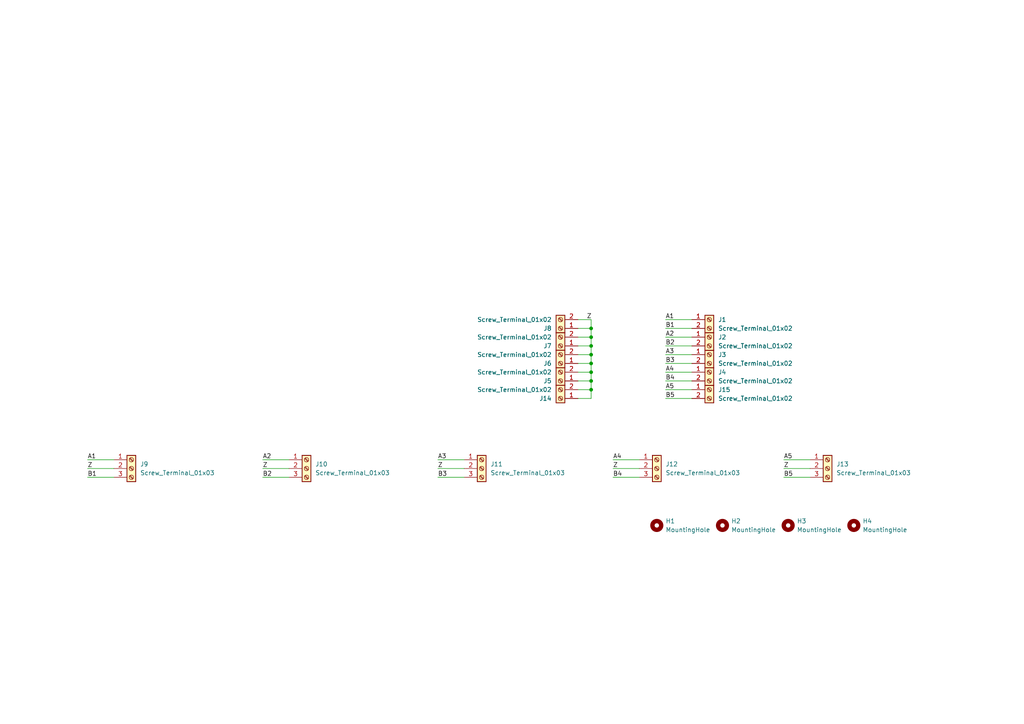
<source format=kicad_sch>
(kicad_sch (version 20250114) (generator "eeschema") (generator_version "9.0")
  (paper "A4")
  (lib_symbols
    (symbol "Connector:Screw_Terminal_01x02" (pin_names (offset 1.016) (hide yes))
      (property "Reference" "J" (at 0 2.54 0))
      (property "Value" "Screw_Terminal_01x02" (at 0 -5.08 0))
      (symbol "Screw_Terminal_01x02_1_1"
        (rectangle (start -1.27 1.27) (end 1.27 -3.81) (stroke (width 0.254)) (fill (type background)))
        (polyline (pts (xy -0.5334 0.3302) (xy 0.3302 -0.508)) (stroke (width 0.1524)))
        (polyline (pts (xy -0.5334 -2.2098) (xy 0.3302 -3.048)) (stroke (width 0.1524)))
        (polyline (pts (xy -0.3556 0.508) (xy 0.508 -0.3302)) (stroke (width 0.1524)))
        (polyline (pts (xy -0.3556 -2.032) (xy 0.508 -2.8702)) (stroke (width 0.1524)))
        (circle (center 0 0) (radius 0.635) (stroke (width 0.1524)))
        (circle (center 0 -2.54) (radius 0.635) (stroke (width 0.1524)))
        (pin passive line (at -5.08 0 0) (length 3.81) (name "Pin_1") (number "1"))
        (pin passive line (at -5.08 -2.54 0) (length 3.81) (name "Pin_2") (number "2"))
      )
    )
    (symbol "Connector:Screw_Terminal_01x03" (pin_names (offset 1.016) (hide yes))
      (property "Reference" "J" (at 0 5.08 0))
      (property "Value" "Screw_Terminal_01x03" (at 0 -5.08 0))
      (symbol "Screw_Terminal_01x03_1_1"
        (rectangle (start -1.27 3.81) (end 1.27 -3.81) (stroke (width 0.254)) (fill (type background)))
        (polyline (pts (xy -0.5334 2.8702) (xy 0.3302 2.032)) (stroke (width 0.1524)))
        (polyline (pts (xy -0.5334 0.3302) (xy 0.3302 -0.508)) (stroke (width 0.1524)))
        (polyline (pts (xy -0.5334 -2.2098) (xy 0.3302 -3.048)) (stroke (width 0.1524)))
        (polyline (pts (xy -0.3556 3.048) (xy 0.508 2.2098)) (stroke (width 0.1524)))
        (polyline (pts (xy -0.3556 0.508) (xy 0.508 -0.3302)) (stroke (width 0.1524)))
        (polyline (pts (xy -0.3556 -2.032) (xy 0.508 -2.8702)) (stroke (width 0.1524)))
        (circle (center 0 2.54) (radius 0.635) (stroke (width 0.1524)))
        (circle (center 0 0) (radius 0.635) (stroke (width 0.1524)))
        (circle (center 0 -2.54) (radius 0.635) (stroke (width 0.1524)))
        (pin passive line (at -5.08 2.54 0) (length 3.81) (name "Pin_1") (number "1"))
        (pin passive line (at -5.08 0 0) (length 3.81) (name "Pin_2") (number "2"))
        (pin passive line (at -5.08 -2.54 0) (length 3.81) (name "Pin_3") (number "3"))
      )
    )
    (symbol "Mechanical:MountingHole" (pin_names (offset 1.016))
      (property "Reference" "H" (at 0 5.08 0))
      (property "Value" "MountingHole" (at 0 3.175 0))
      (symbol "MountingHole_0_1"
        (circle (center 0 0) (radius 1.27) (stroke (width 1.27)))
      )
    )
  )
  (junction (at 171.45 110.49))
  (junction (at 171.45 97.79))
  (junction (at 171.45 100.33))
  (junction (at 171.45 95.25))
  (junction (at 171.45 105.41))
  (junction (at 171.45 107.95))
  (junction (at 171.45 113.03))
  (junction (at 171.45 102.87))
  (wire (pts (xy 171.45 92.71) (xy 171.45 95.25)))
  (wire (pts (xy 127 133.35) (xy 134.62 133.35)))
  (wire (pts (xy 193.04 102.87) (xy 200.66 102.87)))
  (wire (pts (xy 167.64 113.03) (xy 171.45 113.03)))
  (wire (pts (xy 177.8 138.43) (xy 185.42 138.43)))
  (wire (pts (xy 193.04 113.03) (xy 200.66 113.03)))
  (wire (pts (xy 193.04 100.33) (xy 200.66 100.33)))
  (wire (pts (xy 171.45 102.87) (xy 171.45 105.41)))
  (wire (pts (xy 193.04 97.79) (xy 200.66 97.79)))
  (wire (pts (xy 171.45 95.25) (xy 171.45 97.79)))
  (wire (pts (xy 227.33 138.43) (xy 234.95 138.43)))
  (wire (pts (xy 171.45 115.57) (xy 171.45 113.03)))
  (wire (pts (xy 25.4 135.89) (xy 33.02 135.89)))
  (wire (pts (xy 127 138.43) (xy 134.62 138.43)))
  (wire (pts (xy 171.45 105.41) (xy 171.45 107.95)))
  (wire (pts (xy 167.64 95.25) (xy 171.45 95.25)))
  (wire (pts (xy 177.8 135.89) (xy 185.42 135.89)))
  (wire (pts (xy 193.04 92.71) (xy 200.66 92.71)))
  (wire (pts (xy 25.4 133.35) (xy 33.02 133.35)))
  (wire (pts (xy 227.33 135.89) (xy 234.95 135.89)))
  (wire (pts (xy 167.64 107.95) (xy 171.45 107.95)))
  (wire (pts (xy 76.2 135.89) (xy 83.82 135.89)))
  (wire (pts (xy 193.04 115.57) (xy 200.66 115.57)))
  (wire (pts (xy 193.04 95.25) (xy 200.66 95.25)))
  (wire (pts (xy 167.64 102.87) (xy 171.45 102.87)))
  (wire (pts (xy 171.45 100.33) (xy 171.45 102.87)))
  (wire (pts (xy 76.2 133.35) (xy 83.82 133.35)))
  (wire (pts (xy 193.04 110.49) (xy 200.66 110.49)))
  (wire (pts (xy 171.45 107.95) (xy 171.45 110.49)))
  (wire (pts (xy 76.2 138.43) (xy 83.82 138.43)))
  (wire (pts (xy 167.64 92.71) (xy 171.45 92.71)))
  (wire (pts (xy 171.45 97.79) (xy 171.45 100.33)))
  (wire (pts (xy 193.04 105.41) (xy 200.66 105.41)))
  (wire (pts (xy 227.33 133.35) (xy 234.95 133.35)))
  (wire (pts (xy 193.04 107.95) (xy 200.66 107.95)))
  (wire (pts (xy 167.64 115.57) (xy 171.45 115.57)))
  (wire (pts (xy 167.64 97.79) (xy 171.45 97.79)))
  (wire (pts (xy 177.8 133.35) (xy 185.42 133.35)))
  (wire (pts (xy 127 135.89) (xy 134.62 135.89)))
  (wire (pts (xy 171.45 113.03) (xy 171.45 110.49)))
  (wire (pts (xy 167.64 105.41) (xy 171.45 105.41)))
  (wire (pts (xy 167.64 100.33) (xy 171.45 100.33)))
  (wire (pts (xy 25.4 138.43) (xy 33.02 138.43)))
  (wire (pts (xy 167.64 110.49) (xy 171.45 110.49)))
  (label "Z" (at 76.2 135.89 0))
  (label "A4" (at 193.04 107.95 0))
  (label "A3" (at 193.04 102.87 0))
  (label "A3" (at 127 133.35 0))
  (label "B5" (at 227.33 138.43 0))
  (label "A2" (at 193.04 97.79 0))
  (label "B2" (at 193.04 100.33 0))
  (label "B5" (at 193.04 115.57 0))
  (label "A5" (at 227.33 133.35 0))
  (label "A4" (at 177.8 133.35 0))
  (label "Z" (at 227.33 135.89 0))
  (label "A1" (at 193.04 92.71 0))
  (label "B1" (at 25.4 138.43 0))
  (label "A2" (at 76.2 133.35 0))
  (label "Z" (at 25.4 135.89 0))
  (label "B3" (at 127 138.43 0))
  (label "A5" (at 193.04 113.03 0))
  (label "A1" (at 25.4 133.35 0))
  (label "Z" (at 127 135.89 0))
  (label "Z" (at 177.8 135.89 0))
  (label "B3" (at 193.04 105.41 0))
  (label "B4" (at 177.8 138.43 0))
  (label "B4" (at 193.04 110.49 0))
  (label "B2" (at 76.2 138.43 0))
  (label "Z" (at 170.18 92.71 0))
  (label "B1" (at 193.04 95.25 0))
  (symbol (lib_id "Connector:Screw_Terminal_01x02") (at 205.74 102.87 0) (unit 1)
    (property "Reference" "J3" (at 208.28 102.8699 0) (effects (justify left)))
    (property "Value" "Screw_Terminal_01x02" (at 208.28 105.4099 0) (effects (justify left)))
    (property "Footprint" "TerminalBlock_Phoenix:TerminalBlock_Phoenix_MKDS-1,5-2_1x02_P5.00mm_Horizontal" (effects (hide yes)))
  )
  (symbol (lib_id "Connector:Screw_Terminal_01x03") (at 139.7 135.89 0) (unit 1)
    (property "Reference" "J11" (at 142.24 134.6199 0) (effects (justify left)))
    (property "Value" "Screw_Terminal_01x03" (at 142.24 137.1599 0) (effects (justify left)))
    (property "Footprint" "TerminalBlock_Phoenix:TerminalBlock_Phoenix_MKDS-1,5-3_1x03_P5.00mm_Horizontal" (effects (hide yes)))
    (property "Description" "Generic screw terminal, single row, 01x03, script generated (kicad-library-utils/schlib/autogen/connector/)" (effects (hide yes)))
  )
  (symbol (lib_id "Connector:Screw_Terminal_01x02") (at 162.56 110.49 180) (unit 1)
    (property "Reference" "J5" (at 160.02 110.4901 0) (effects (justify left)))
    (property "Value" "Screw_Terminal_01x02" (at 160.02 107.9501 0) (effects (justify left)))
    (property "Footprint" "TerminalBlock_Phoenix:TerminalBlock_Phoenix_MKDS-1,5-2_1x02_P5.00mm_Horizontal" (effects (hide yes)))
  )
  (symbol (lib_id "Connector:Screw_Terminal_01x02") (at 162.56 95.25 180) (unit 1)
    (property "Reference" "J8" (at 160.02 95.2501 0) (effects (justify left)))
    (property "Value" "Screw_Terminal_01x02" (at 160.02 92.7101 0) (effects (justify left)))
    (property "Footprint" "TerminalBlock_Phoenix:TerminalBlock_Phoenix_MKDS-1,5-2_1x02_P5.00mm_Horizontal" (effects (hide yes)))
  )
  (symbol (lib_id "Connector:Screw_Terminal_01x03") (at 88.9 135.89 0) (unit 1)
    (property "Reference" "J10" (at 91.44 134.6199 0) (effects (justify left)))
    (property "Value" "Screw_Terminal_01x03" (at 91.44 137.1599 0) (effects (justify left)))
    (property "Footprint" "TerminalBlock_Phoenix:TerminalBlock_Phoenix_MKDS-1,5-3_1x03_P5.00mm_Horizontal" (effects (hide yes)))
    (property "Description" "Generic screw terminal, single row, 01x03, script generated (kicad-library-utils/schlib/autogen/connector/)" (effects (hide yes)))
  )
  (symbol (lib_id "Mechanical:MountingHole") (at 228.6 152.4 0) (unit 1)
    (property "Reference" "H3" (at 231.14 151.1299 0) (effects (justify left)))
    (property "Value" "MountingHole" (at 231.14 153.6699 0) (effects (justify left)))
    (property "Footprint" "MountingHole:MountingHole_3.2mm_M3" (effects (hide yes)))
  )
  (symbol (lib_id "Connector:Screw_Terminal_01x02") (at 205.74 107.95 0) (unit 1)
    (property "Reference" "J4" (at 208.28 107.9499 0) (effects (justify left)))
    (property "Value" "Screw_Terminal_01x02" (at 208.28 110.4899 0) (effects (justify left)))
    (property "Footprint" "TerminalBlock_Phoenix:TerminalBlock_Phoenix_MKDS-1,5-2_1x02_P5.00mm_Horizontal" (effects (hide yes)))
  )
  (symbol (lib_id "Connector:Screw_Terminal_01x03") (at 240.03 135.89 0) (unit 1)
    (property "Reference" "J13" (at 242.57 134.6199 0) (effects (justify left)))
    (property "Value" "Screw_Terminal_01x03" (at 242.57 137.1599 0) (effects (justify left)))
    (property "Footprint" "TerminalBlock_Phoenix:TerminalBlock_Phoenix_MKDS-1,5-3_1x03_P5.00mm_Horizontal" (effects (hide yes)))
    (property "Description" "Generic screw terminal, single row, 01x03, script generated (kicad-library-utils/schlib/autogen/connector/)" (effects (hide yes)))
  )
  (symbol (lib_id "Connector:Screw_Terminal_01x02") (at 162.56 100.33 180) (unit 1)
    (property "Reference" "J7" (at 160.02 100.3301 0) (effects (justify left)))
    (property "Value" "Screw_Terminal_01x02" (at 160.02 97.7901 0) (effects (justify left)))
    (property "Footprint" "TerminalBlock_Phoenix:TerminalBlock_Phoenix_MKDS-1,5-2_1x02_P5.00mm_Horizontal" (effects (hide yes)))
  )
  (symbol (lib_id "Connector:Screw_Terminal_01x02") (at 162.56 115.57 180) (unit 1)
    (property "Reference" "J14" (at 160.02 115.5701 0) (effects (justify left)))
    (property "Value" "Screw_Terminal_01x02" (at 160.02 113.0301 0) (effects (justify left)))
    (property "Footprint" "TerminalBlock_Phoenix:TerminalBlock_Phoenix_MKDS-1,5-2_1x02_P5.00mm_Horizontal" (effects (hide yes)))
  )
  (symbol (lib_id "Connector:Screw_Terminal_01x03") (at 38.1 135.89 0) (unit 1)
    (property "Reference" "J9" (at 40.64 134.6199 0) (effects (justify left)))
    (property "Value" "Screw_Terminal_01x03" (at 40.64 137.1599 0) (effects (justify left)))
    (property "Footprint" "TerminalBlock_Phoenix:TerminalBlock_Phoenix_MKDS-1,5-3_1x03_P5.00mm_Horizontal" (effects (hide yes)))
    (property "Description" "Generic screw terminal, single row, 01x03, script generated (kicad-library-utils/schlib/autogen/connector/)" (effects (hide yes)))
  )
  (symbol (lib_id "Connector:Screw_Terminal_01x02") (at 162.56 105.41 180) (unit 1)
    (property "Reference" "J6" (at 160.02 105.4101 0) (effects (justify left)))
    (property "Value" "Screw_Terminal_01x02" (at 160.02 102.8701 0) (effects (justify left)))
    (property "Footprint" "TerminalBlock_Phoenix:TerminalBlock_Phoenix_MKDS-1,5-2_1x02_P5.00mm_Horizontal" (effects (hide yes)))
  )
  (symbol (lib_id "Mechanical:MountingHole") (at 190.5 152.4 0) (unit 1)
    (property "Reference" "H1" (at 193.04 151.1299 0) (effects (justify left)))
    (property "Value" "MountingHole" (at 193.04 153.6699 0) (effects (justify left)))
    (property "Footprint" "MountingHole:MountingHole_3.2mm_M3" (effects (hide yes)))
  )
  (symbol (lib_id "Connector:Screw_Terminal_01x02") (at 205.74 97.79 0) (unit 1)
    (property "Reference" "J2" (at 208.28 97.7899 0) (effects (justify left)))
    (property "Value" "Screw_Terminal_01x02" (at 208.28 100.3299 0) (effects (justify left)))
    (property "Footprint" "TerminalBlock_Phoenix:TerminalBlock_Phoenix_MKDS-1,5-2_1x02_P5.00mm_Horizontal" (effects (hide yes)))
  )
  (symbol (lib_id "Mechanical:MountingHole") (at 209.55 152.4 0) (unit 1)
    (property "Reference" "H2" (at 212.09 151.1299 0) (effects (justify left)))
    (property "Value" "MountingHole" (at 212.09 153.6699 0) (effects (justify left)))
    (property "Footprint" "MountingHole:MountingHole_3.2mm_M3" (effects (hide yes)))
  )
  (symbol (lib_id "Connector:Screw_Terminal_01x03") (at 190.5 135.89 0) (unit 1)
    (property "Reference" "J12" (at 193.04 134.6199 0) (effects (justify left)))
    (property "Value" "Screw_Terminal_01x03" (at 193.04 137.1599 0) (effects (justify left)))
    (property "Footprint" "TerminalBlock_Phoenix:TerminalBlock_Phoenix_MKDS-1,5-3_1x03_P5.00mm_Horizontal" (effects (hide yes)))
    (property "Description" "Generic screw terminal, single row, 01x03, script generated (kicad-library-utils/schlib/autogen/connector/)" (effects (hide yes)))
  )
  (symbol (lib_id "Connector:Screw_Terminal_01x02") (at 205.74 92.71 0) (unit 1)
    (property "Reference" "J1" (at 208.28 92.7099 0) (effects (justify left)))
    (property "Value" "Screw_Terminal_01x02" (at 208.28 95.2499 0) (effects (justify left)))
    (property "Footprint" "TerminalBlock_Phoenix:TerminalBlock_Phoenix_MKDS-1,5-2_1x02_P5.00mm_Horizontal" (effects (hide yes)))
  )
  (symbol (lib_id "Connector:Screw_Terminal_01x02") (at 205.74 113.03 0) (unit 1)
    (property "Reference" "J15" (at 208.28 113.0299 0) (effects (justify left)))
    (property "Value" "Screw_Terminal_01x02" (at 208.28 115.5699 0) (effects (justify left)))
    (property "Footprint" "TerminalBlock_Phoenix:TerminalBlock_Phoenix_MKDS-1,5-2_1x02_P5.00mm_Horizontal" (effects (hide yes)))
  )
  (symbol (lib_id "Mechanical:MountingHole") (at 247.65 152.4 0) (unit 1)
    (property "Reference" "H4" (at 250.19 151.1299 0) (effects (justify left)))
    (property "Value" "MountingHole" (at 250.19 153.6699 0) (effects (justify left)))
    (property "Footprint" "MountingHole:MountingHole_3.2mm_M3" (effects (hide yes)))
  )
)
</source>
